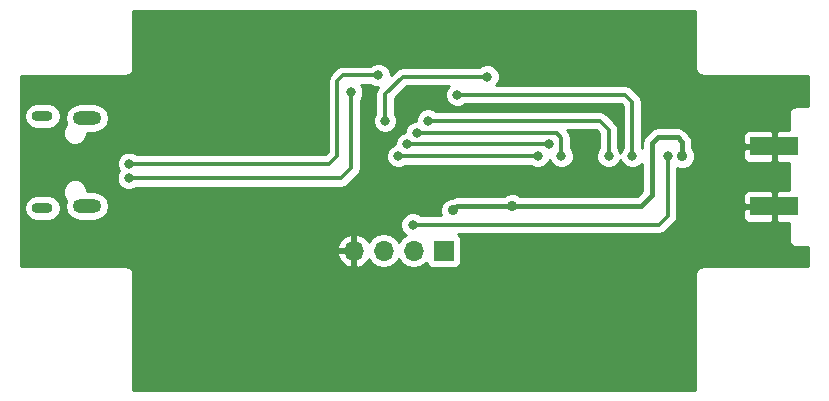
<source format=gbl>
G04 #@! TF.FileFunction,Copper,L2,Bot,Signal*
%FSLAX46Y46*%
G04 Gerber Fmt 4.6, Leading zero omitted, Abs format (unit mm)*
G04 Created by KiCad (PCBNEW 4.0.7) date Monday, 02 July 2018 'PMt' 22:06:38*
%MOMM*%
%LPD*%
G01*
G04 APERTURE LIST*
%ADD10C,0.100000*%
%ADD11O,2.400000X1.200000*%
%ADD12O,1.800000X0.900000*%
%ADD13R,4.064000X1.524000*%
%ADD14R,1.700000X1.700000*%
%ADD15O,1.700000X1.700000*%
%ADD16C,0.800000*%
%ADD17C,0.900000*%
%ADD18C,0.350000*%
%ADD19C,0.400000*%
%ADD20C,0.254000*%
G04 APERTURE END LIST*
D10*
D11*
X117300000Y-104767000D03*
X117300000Y-112217000D03*
D12*
X113500000Y-104617000D03*
X113500000Y-112367000D03*
D13*
X175468000Y-112240000D03*
X175468000Y-107160000D03*
D14*
X147485000Y-115992000D03*
D15*
X144945000Y-115992000D03*
X142405000Y-115992000D03*
X139865000Y-115992000D03*
D16*
X168800000Y-110000000D03*
X170500000Y-111000000D03*
X172500000Y-111000000D03*
X172500000Y-108500000D03*
X171000000Y-108500000D03*
X130500000Y-103000000D03*
X168800000Y-105625000D03*
X170750000Y-102250000D03*
X170970000Y-104192000D03*
X134500000Y-103500000D03*
X168800000Y-107000000D03*
X170970000Y-105592000D03*
X154145000Y-110792000D03*
X141345000Y-106642000D03*
X132845000Y-105492000D03*
D17*
X153270000Y-112242000D03*
X148245000Y-112592000D03*
X167695000Y-107992000D03*
D16*
X144845000Y-113792000D03*
X166445000Y-107992000D03*
X142505000Y-105012000D03*
X151175000Y-101252000D03*
X161445000Y-107992000D03*
X146145000Y-104992000D03*
X157445000Y-107992000D03*
X145195000Y-106042000D03*
X156400000Y-107000000D03*
X144395000Y-106992000D03*
X155445000Y-107992000D03*
X143645000Y-107992000D03*
X163445000Y-107992000D03*
X148645000Y-102792000D03*
X120845000Y-108642000D03*
X141945000Y-101142000D03*
X120820000Y-109842000D03*
X139645000Y-102592000D03*
D18*
X172500000Y-111000000D02*
X170500000Y-111000000D01*
X171000000Y-108500000D02*
X172500000Y-108500000D01*
X170970000Y-104192000D02*
X170970000Y-102470000D01*
X170970000Y-102470000D02*
X170750000Y-102250000D01*
X170970000Y-105592000D02*
X170970000Y-104192000D01*
D19*
X153270000Y-112242000D02*
X148595000Y-112242000D01*
X148595000Y-112242000D02*
X148245000Y-112592000D01*
X167320000Y-106392000D02*
X167695000Y-106767000D01*
X167695000Y-106767000D02*
X167695000Y-107992000D01*
X165595000Y-106392000D02*
X167320000Y-106392000D01*
X165095000Y-106892000D02*
X165595000Y-106392000D01*
X165095000Y-111317000D02*
X165095000Y-106892000D01*
X164170000Y-112242000D02*
X165095000Y-111317000D01*
X153270000Y-112242000D02*
X164170000Y-112242000D01*
D18*
X165745000Y-113792000D02*
X147495000Y-113792000D01*
X147495000Y-113792000D02*
X146195000Y-113792000D01*
X144845000Y-113792000D02*
X147495000Y-113792000D01*
X166445000Y-113092000D02*
X165745000Y-113792000D01*
X166445000Y-107992000D02*
X166445000Y-113092000D01*
X144000000Y-101252000D02*
X151175000Y-101252000D01*
X142505000Y-105012000D02*
X142505000Y-102747000D01*
X142505000Y-102747000D02*
X144000000Y-101252000D01*
X161445000Y-107992000D02*
X161445000Y-105742000D01*
X161445000Y-105742000D02*
X160695000Y-104992000D01*
X160695000Y-104992000D02*
X146145000Y-104992000D01*
X157445000Y-107992000D02*
X157445000Y-106442000D01*
X157045000Y-106042000D02*
X157445000Y-106442000D01*
X145195000Y-106042000D02*
X157045000Y-106042000D01*
X144395000Y-106992000D02*
X155900000Y-106992000D01*
X155900000Y-106992000D02*
X156095000Y-106992000D01*
X156400000Y-107000000D02*
X156392000Y-106992000D01*
X156392000Y-106992000D02*
X155900000Y-106992000D01*
X143645000Y-107992000D02*
X154195000Y-107992000D01*
X154195000Y-107992000D02*
X154495000Y-107992000D01*
X155445000Y-107992000D02*
X154195000Y-107992000D01*
X163445000Y-105900000D02*
X163445000Y-107992000D01*
X162842000Y-102792000D02*
X163445000Y-103395000D01*
X163445000Y-103395000D02*
X163445000Y-105900000D01*
X148645000Y-102792000D02*
X162842000Y-102792000D01*
X138475000Y-107942000D02*
X137775000Y-108642000D01*
X137775000Y-108642000D02*
X120845000Y-108642000D01*
X138475000Y-101602000D02*
X138475000Y-107942000D01*
X138935000Y-101142000D02*
X138475000Y-101602000D01*
X141945000Y-101142000D02*
X138935000Y-101142000D01*
X138820000Y-109842000D02*
X139645000Y-109017000D01*
X139645000Y-109017000D02*
X139645000Y-102592000D01*
X120820000Y-109842000D02*
X138820000Y-109842000D01*
D20*
G36*
X168790000Y-100500000D02*
X168844046Y-100771705D01*
X168997954Y-101002046D01*
X169228295Y-101155954D01*
X169500000Y-101210000D01*
X178290000Y-101210000D01*
X178290000Y-103740000D01*
X177400000Y-103740000D01*
X177128295Y-103794046D01*
X176897954Y-103947954D01*
X176744046Y-104178295D01*
X176690000Y-104450000D01*
X176690000Y-105763000D01*
X175753750Y-105763000D01*
X175595000Y-105921750D01*
X175595000Y-107033000D01*
X175615000Y-107033000D01*
X175615000Y-107287000D01*
X175595000Y-107287000D01*
X175595000Y-108398250D01*
X175753750Y-108557000D01*
X176690000Y-108557000D01*
X176690000Y-110843000D01*
X175753750Y-110843000D01*
X175595000Y-111001750D01*
X175595000Y-112113000D01*
X175615000Y-112113000D01*
X175615000Y-112367000D01*
X175595000Y-112367000D01*
X175595000Y-113478250D01*
X175753750Y-113637000D01*
X176690000Y-113637000D01*
X176690000Y-115000000D01*
X176744046Y-115271705D01*
X176897954Y-115502046D01*
X177128295Y-115655954D01*
X177400000Y-115710000D01*
X178290000Y-115710000D01*
X178290000Y-117290000D01*
X169500000Y-117290000D01*
X169228295Y-117344046D01*
X168997954Y-117497954D01*
X168844046Y-117728295D01*
X168790000Y-118000000D01*
X168790000Y-127790000D01*
X121210000Y-127790000D01*
X121210000Y-118000000D01*
X121155954Y-117728295D01*
X121002046Y-117497954D01*
X120771705Y-117344046D01*
X120500000Y-117290000D01*
X111710000Y-117290000D01*
X111710000Y-116348892D01*
X138423514Y-116348892D01*
X138669817Y-116873358D01*
X139098076Y-117263645D01*
X139508110Y-117433476D01*
X139738000Y-117312155D01*
X139738000Y-116119000D01*
X138544181Y-116119000D01*
X138423514Y-116348892D01*
X111710000Y-116348892D01*
X111710000Y-115635108D01*
X138423514Y-115635108D01*
X138544181Y-115865000D01*
X139738000Y-115865000D01*
X139738000Y-114671845D01*
X139508110Y-114550524D01*
X139098076Y-114720355D01*
X138669817Y-115110642D01*
X138423514Y-115635108D01*
X111710000Y-115635108D01*
X111710000Y-112367000D01*
X111934928Y-112367000D01*
X112017519Y-112782212D01*
X112252717Y-113134211D01*
X112604716Y-113369409D01*
X113019928Y-113452000D01*
X113980072Y-113452000D01*
X114395284Y-113369409D01*
X114747283Y-113134211D01*
X114982481Y-112782212D01*
X115065072Y-112367000D01*
X114982481Y-111951788D01*
X114747283Y-111599789D01*
X114395284Y-111364591D01*
X113980072Y-111282000D01*
X113019928Y-111282000D01*
X112604716Y-111364591D01*
X112252717Y-111599789D01*
X112017519Y-111951788D01*
X111934928Y-112367000D01*
X111710000Y-112367000D01*
X111710000Y-111196971D01*
X115214821Y-111196971D01*
X115372058Y-111577515D01*
X115529306Y-111735037D01*
X115523059Y-111744386D01*
X115429050Y-112217000D01*
X115523059Y-112689614D01*
X115790773Y-113090277D01*
X116191436Y-113357991D01*
X116664050Y-113452000D01*
X117935950Y-113452000D01*
X118408564Y-113357991D01*
X118809227Y-113090277D01*
X119076941Y-112689614D01*
X119170950Y-112217000D01*
X119076941Y-111744386D01*
X118809227Y-111343723D01*
X118408564Y-111076009D01*
X117935950Y-110982000D01*
X117285009Y-110982000D01*
X117285179Y-110787029D01*
X117127942Y-110406485D01*
X116837046Y-110115081D01*
X116673019Y-110046971D01*
X119784821Y-110046971D01*
X119942058Y-110427515D01*
X120232954Y-110718919D01*
X120613223Y-110876820D01*
X121024971Y-110877179D01*
X121405515Y-110719942D01*
X121473576Y-110652000D01*
X138820000Y-110652000D01*
X139129974Y-110590342D01*
X139392756Y-110414756D01*
X140217756Y-109589757D01*
X140309803Y-109451999D01*
X140393342Y-109326974D01*
X140455000Y-109017000D01*
X140455000Y-103245848D01*
X140521919Y-103179046D01*
X140679820Y-102798777D01*
X140680179Y-102387029D01*
X140522942Y-102006485D01*
X140468552Y-101952000D01*
X141291152Y-101952000D01*
X141357954Y-102018919D01*
X141738223Y-102176820D01*
X141930411Y-102176988D01*
X141756658Y-102437026D01*
X141695000Y-102747000D01*
X141695000Y-104358152D01*
X141628081Y-104424954D01*
X141470180Y-104805223D01*
X141469821Y-105216971D01*
X141627058Y-105597515D01*
X141917954Y-105888919D01*
X142298223Y-106046820D01*
X142709971Y-106047179D01*
X143090515Y-105889942D01*
X143381919Y-105599046D01*
X143539820Y-105218777D01*
X143540179Y-104807029D01*
X143382942Y-104426485D01*
X143315000Y-104358424D01*
X143315000Y-103082512D01*
X144335513Y-102062000D01*
X147911285Y-102062000D01*
X147768081Y-102204954D01*
X147610180Y-102585223D01*
X147609821Y-102996971D01*
X147767058Y-103377515D01*
X148057954Y-103668919D01*
X148438223Y-103826820D01*
X148849971Y-103827179D01*
X149230515Y-103669942D01*
X149298576Y-103602000D01*
X162506488Y-103602000D01*
X162635000Y-103730513D01*
X162635000Y-107338152D01*
X162568081Y-107404954D01*
X162444892Y-107701627D01*
X162322942Y-107406485D01*
X162255000Y-107338424D01*
X162255000Y-105742000D01*
X162193342Y-105432026D01*
X162059689Y-105232001D01*
X162017756Y-105169243D01*
X161267756Y-104419244D01*
X161246370Y-104404954D01*
X161004974Y-104243658D01*
X160695000Y-104182000D01*
X146798848Y-104182000D01*
X146732046Y-104115081D01*
X146351777Y-103957180D01*
X145940029Y-103956821D01*
X145559485Y-104114058D01*
X145268081Y-104404954D01*
X145110180Y-104785223D01*
X145109987Y-105006926D01*
X144990029Y-105006821D01*
X144609485Y-105164058D01*
X144318081Y-105454954D01*
X144160180Y-105835223D01*
X144160063Y-105969203D01*
X143809485Y-106114058D01*
X143518081Y-106404954D01*
X143360180Y-106785223D01*
X143360002Y-106989888D01*
X143059485Y-107114058D01*
X142768081Y-107404954D01*
X142610180Y-107785223D01*
X142609821Y-108196971D01*
X142767058Y-108577515D01*
X143057954Y-108868919D01*
X143438223Y-109026820D01*
X143849971Y-109027179D01*
X144230515Y-108869942D01*
X144298576Y-108802000D01*
X154791152Y-108802000D01*
X154857954Y-108868919D01*
X155238223Y-109026820D01*
X155649971Y-109027179D01*
X156030515Y-108869942D01*
X156321919Y-108579046D01*
X156445108Y-108282373D01*
X156567058Y-108577515D01*
X156857954Y-108868919D01*
X157238223Y-109026820D01*
X157649971Y-109027179D01*
X158030515Y-108869942D01*
X158321919Y-108579046D01*
X158479820Y-108198777D01*
X158480179Y-107787029D01*
X158322942Y-107406485D01*
X158255000Y-107338424D01*
X158255000Y-106442000D01*
X158193342Y-106132026D01*
X158076513Y-105957180D01*
X158017756Y-105869243D01*
X157950513Y-105802000D01*
X160359488Y-105802000D01*
X160635000Y-106077513D01*
X160635000Y-107338152D01*
X160568081Y-107404954D01*
X160410180Y-107785223D01*
X160409821Y-108196971D01*
X160567058Y-108577515D01*
X160857954Y-108868919D01*
X161238223Y-109026820D01*
X161649971Y-109027179D01*
X162030515Y-108869942D01*
X162321919Y-108579046D01*
X162445108Y-108282373D01*
X162567058Y-108577515D01*
X162857954Y-108868919D01*
X163238223Y-109026820D01*
X163649971Y-109027179D01*
X164030515Y-108869942D01*
X164260000Y-108640857D01*
X164260000Y-110971132D01*
X163824132Y-111407000D01*
X153969540Y-111407000D01*
X153885405Y-111322718D01*
X153486767Y-111157189D01*
X153055127Y-111156812D01*
X152656200Y-111321646D01*
X152570697Y-111407000D01*
X148595000Y-111407000D01*
X148275460Y-111470560D01*
X148220956Y-111506979D01*
X148030127Y-111506812D01*
X147631200Y-111671646D01*
X147325718Y-111976595D01*
X147160189Y-112375233D01*
X147159812Y-112806873D01*
X147232173Y-112982000D01*
X145498848Y-112982000D01*
X145432046Y-112915081D01*
X145051777Y-112757180D01*
X144640029Y-112756821D01*
X144259485Y-112914058D01*
X143968081Y-113204954D01*
X143810180Y-113585223D01*
X143809821Y-113996971D01*
X143967058Y-114377515D01*
X144257954Y-114668919D01*
X144259228Y-114669448D01*
X143894946Y-114912853D01*
X143675000Y-115242026D01*
X143455054Y-114912853D01*
X142973285Y-114590946D01*
X142405000Y-114477907D01*
X141836715Y-114590946D01*
X141354946Y-114912853D01*
X141127298Y-115253553D01*
X141060183Y-115110642D01*
X140631924Y-114720355D01*
X140221890Y-114550524D01*
X139992000Y-114671845D01*
X139992000Y-115865000D01*
X140012000Y-115865000D01*
X140012000Y-116119000D01*
X139992000Y-116119000D01*
X139992000Y-117312155D01*
X140221890Y-117433476D01*
X140631924Y-117263645D01*
X141060183Y-116873358D01*
X141127298Y-116730447D01*
X141354946Y-117071147D01*
X141836715Y-117393054D01*
X142405000Y-117506093D01*
X142973285Y-117393054D01*
X143455054Y-117071147D01*
X143675000Y-116741974D01*
X143894946Y-117071147D01*
X144376715Y-117393054D01*
X144945000Y-117506093D01*
X145513285Y-117393054D01*
X145995054Y-117071147D01*
X146022850Y-117029548D01*
X146031838Y-117077317D01*
X146170910Y-117293441D01*
X146383110Y-117438431D01*
X146635000Y-117489440D01*
X148335000Y-117489440D01*
X148570317Y-117445162D01*
X148786441Y-117306090D01*
X148931431Y-117093890D01*
X148982440Y-116842000D01*
X148982440Y-115142000D01*
X148938162Y-114906683D01*
X148799090Y-114690559D01*
X148669480Y-114602000D01*
X165745000Y-114602000D01*
X166054974Y-114540342D01*
X166317756Y-114364756D01*
X167017756Y-113664757D01*
X167139852Y-113482027D01*
X167193342Y-113401974D01*
X167255000Y-113092000D01*
X167255000Y-112525750D01*
X172801000Y-112525750D01*
X172801000Y-113128309D01*
X172897673Y-113361698D01*
X173076301Y-113540327D01*
X173309690Y-113637000D01*
X175182250Y-113637000D01*
X175341000Y-113478250D01*
X175341000Y-112367000D01*
X172959750Y-112367000D01*
X172801000Y-112525750D01*
X167255000Y-112525750D01*
X167255000Y-111351691D01*
X172801000Y-111351691D01*
X172801000Y-111954250D01*
X172959750Y-112113000D01*
X175341000Y-112113000D01*
X175341000Y-111001750D01*
X175182250Y-110843000D01*
X173309690Y-110843000D01*
X173076301Y-110939673D01*
X172897673Y-111118302D01*
X172801000Y-111351691D01*
X167255000Y-111351691D01*
X167255000Y-108984117D01*
X167478233Y-109076811D01*
X167909873Y-109077188D01*
X168308800Y-108912354D01*
X168614282Y-108607405D01*
X168779811Y-108208767D01*
X168780188Y-107777127D01*
X168643266Y-107445750D01*
X172801000Y-107445750D01*
X172801000Y-108048309D01*
X172897673Y-108281698D01*
X173076301Y-108460327D01*
X173309690Y-108557000D01*
X175182250Y-108557000D01*
X175341000Y-108398250D01*
X175341000Y-107287000D01*
X172959750Y-107287000D01*
X172801000Y-107445750D01*
X168643266Y-107445750D01*
X168615354Y-107378200D01*
X168530000Y-107292697D01*
X168530000Y-106767000D01*
X168466439Y-106447459D01*
X168348995Y-106271691D01*
X172801000Y-106271691D01*
X172801000Y-106874250D01*
X172959750Y-107033000D01*
X175341000Y-107033000D01*
X175341000Y-105921750D01*
X175182250Y-105763000D01*
X173309690Y-105763000D01*
X173076301Y-105859673D01*
X172897673Y-106038302D01*
X172801000Y-106271691D01*
X168348995Y-106271691D01*
X168285434Y-106176566D01*
X167910434Y-105801566D01*
X167818806Y-105740342D01*
X167639541Y-105620561D01*
X167320000Y-105557000D01*
X165595000Y-105557000D01*
X165275460Y-105620560D01*
X165004566Y-105801566D01*
X164504566Y-106301566D01*
X164323561Y-106572459D01*
X164260000Y-106892000D01*
X164260000Y-107343433D01*
X164255000Y-107338424D01*
X164255000Y-103395000D01*
X164212044Y-103179046D01*
X164193343Y-103085027D01*
X164017757Y-102822244D01*
X163414756Y-102219244D01*
X163393370Y-102204954D01*
X163151974Y-102043658D01*
X162842000Y-101982000D01*
X151908715Y-101982000D01*
X152051919Y-101839046D01*
X152209820Y-101458777D01*
X152210179Y-101047029D01*
X152052942Y-100666485D01*
X151762046Y-100375081D01*
X151381777Y-100217180D01*
X150970029Y-100216821D01*
X150589485Y-100374058D01*
X150521424Y-100442000D01*
X144000000Y-100442000D01*
X143690026Y-100503658D01*
X143591870Y-100569244D01*
X143427243Y-100679244D01*
X142980014Y-101126473D01*
X142980179Y-100937029D01*
X142822942Y-100556485D01*
X142532046Y-100265081D01*
X142151777Y-100107180D01*
X141740029Y-100106821D01*
X141359485Y-100264058D01*
X141291424Y-100332000D01*
X138935000Y-100332000D01*
X138625026Y-100393658D01*
X138552676Y-100442001D01*
X138362243Y-100569244D01*
X137902244Y-101029244D01*
X137726658Y-101292026D01*
X137665000Y-101602000D01*
X137665000Y-107606487D01*
X137439488Y-107832000D01*
X121498848Y-107832000D01*
X121432046Y-107765081D01*
X121051777Y-107607180D01*
X120640029Y-107606821D01*
X120259485Y-107764058D01*
X119968081Y-108054954D01*
X119810180Y-108435223D01*
X119809821Y-108846971D01*
X119967058Y-109227515D01*
X119968810Y-109229270D01*
X119943081Y-109254954D01*
X119785180Y-109635223D01*
X119784821Y-110046971D01*
X116673019Y-110046971D01*
X116456777Y-109957180D01*
X116045029Y-109956821D01*
X115664485Y-110114058D01*
X115373081Y-110404954D01*
X115215180Y-110785223D01*
X115214821Y-111196971D01*
X111710000Y-111196971D01*
X111710000Y-106196971D01*
X115214821Y-106196971D01*
X115372058Y-106577515D01*
X115662954Y-106868919D01*
X116043223Y-107026820D01*
X116454971Y-107027179D01*
X116835515Y-106869942D01*
X117126919Y-106579046D01*
X117284820Y-106198777D01*
X117284992Y-106002000D01*
X117935950Y-106002000D01*
X118408564Y-105907991D01*
X118809227Y-105640277D01*
X119076941Y-105239614D01*
X119170950Y-104767000D01*
X119076941Y-104294386D01*
X118809227Y-103893723D01*
X118408564Y-103626009D01*
X117935950Y-103532000D01*
X116664050Y-103532000D01*
X116191436Y-103626009D01*
X115790773Y-103893723D01*
X115523059Y-104294386D01*
X115429050Y-104767000D01*
X115523059Y-105239614D01*
X115529321Y-105248986D01*
X115373081Y-105404954D01*
X115215180Y-105785223D01*
X115214821Y-106196971D01*
X111710000Y-106196971D01*
X111710000Y-104617000D01*
X111934928Y-104617000D01*
X112017519Y-105032212D01*
X112252717Y-105384211D01*
X112604716Y-105619409D01*
X113019928Y-105702000D01*
X113980072Y-105702000D01*
X114395284Y-105619409D01*
X114747283Y-105384211D01*
X114982481Y-105032212D01*
X115065072Y-104617000D01*
X114982481Y-104201788D01*
X114747283Y-103849789D01*
X114395284Y-103614591D01*
X113980072Y-103532000D01*
X113019928Y-103532000D01*
X112604716Y-103614591D01*
X112252717Y-103849789D01*
X112017519Y-104201788D01*
X111934928Y-104617000D01*
X111710000Y-104617000D01*
X111710000Y-101210000D01*
X120500000Y-101210000D01*
X120771705Y-101155954D01*
X121002046Y-101002046D01*
X121155954Y-100771705D01*
X121210000Y-100500000D01*
X121210000Y-95710000D01*
X168790000Y-95710000D01*
X168790000Y-100500000D01*
X168790000Y-100500000D01*
G37*
X168790000Y-100500000D02*
X168844046Y-100771705D01*
X168997954Y-101002046D01*
X169228295Y-101155954D01*
X169500000Y-101210000D01*
X178290000Y-101210000D01*
X178290000Y-103740000D01*
X177400000Y-103740000D01*
X177128295Y-103794046D01*
X176897954Y-103947954D01*
X176744046Y-104178295D01*
X176690000Y-104450000D01*
X176690000Y-105763000D01*
X175753750Y-105763000D01*
X175595000Y-105921750D01*
X175595000Y-107033000D01*
X175615000Y-107033000D01*
X175615000Y-107287000D01*
X175595000Y-107287000D01*
X175595000Y-108398250D01*
X175753750Y-108557000D01*
X176690000Y-108557000D01*
X176690000Y-110843000D01*
X175753750Y-110843000D01*
X175595000Y-111001750D01*
X175595000Y-112113000D01*
X175615000Y-112113000D01*
X175615000Y-112367000D01*
X175595000Y-112367000D01*
X175595000Y-113478250D01*
X175753750Y-113637000D01*
X176690000Y-113637000D01*
X176690000Y-115000000D01*
X176744046Y-115271705D01*
X176897954Y-115502046D01*
X177128295Y-115655954D01*
X177400000Y-115710000D01*
X178290000Y-115710000D01*
X178290000Y-117290000D01*
X169500000Y-117290000D01*
X169228295Y-117344046D01*
X168997954Y-117497954D01*
X168844046Y-117728295D01*
X168790000Y-118000000D01*
X168790000Y-127790000D01*
X121210000Y-127790000D01*
X121210000Y-118000000D01*
X121155954Y-117728295D01*
X121002046Y-117497954D01*
X120771705Y-117344046D01*
X120500000Y-117290000D01*
X111710000Y-117290000D01*
X111710000Y-116348892D01*
X138423514Y-116348892D01*
X138669817Y-116873358D01*
X139098076Y-117263645D01*
X139508110Y-117433476D01*
X139738000Y-117312155D01*
X139738000Y-116119000D01*
X138544181Y-116119000D01*
X138423514Y-116348892D01*
X111710000Y-116348892D01*
X111710000Y-115635108D01*
X138423514Y-115635108D01*
X138544181Y-115865000D01*
X139738000Y-115865000D01*
X139738000Y-114671845D01*
X139508110Y-114550524D01*
X139098076Y-114720355D01*
X138669817Y-115110642D01*
X138423514Y-115635108D01*
X111710000Y-115635108D01*
X111710000Y-112367000D01*
X111934928Y-112367000D01*
X112017519Y-112782212D01*
X112252717Y-113134211D01*
X112604716Y-113369409D01*
X113019928Y-113452000D01*
X113980072Y-113452000D01*
X114395284Y-113369409D01*
X114747283Y-113134211D01*
X114982481Y-112782212D01*
X115065072Y-112367000D01*
X114982481Y-111951788D01*
X114747283Y-111599789D01*
X114395284Y-111364591D01*
X113980072Y-111282000D01*
X113019928Y-111282000D01*
X112604716Y-111364591D01*
X112252717Y-111599789D01*
X112017519Y-111951788D01*
X111934928Y-112367000D01*
X111710000Y-112367000D01*
X111710000Y-111196971D01*
X115214821Y-111196971D01*
X115372058Y-111577515D01*
X115529306Y-111735037D01*
X115523059Y-111744386D01*
X115429050Y-112217000D01*
X115523059Y-112689614D01*
X115790773Y-113090277D01*
X116191436Y-113357991D01*
X116664050Y-113452000D01*
X117935950Y-113452000D01*
X118408564Y-113357991D01*
X118809227Y-113090277D01*
X119076941Y-112689614D01*
X119170950Y-112217000D01*
X119076941Y-111744386D01*
X118809227Y-111343723D01*
X118408564Y-111076009D01*
X117935950Y-110982000D01*
X117285009Y-110982000D01*
X117285179Y-110787029D01*
X117127942Y-110406485D01*
X116837046Y-110115081D01*
X116673019Y-110046971D01*
X119784821Y-110046971D01*
X119942058Y-110427515D01*
X120232954Y-110718919D01*
X120613223Y-110876820D01*
X121024971Y-110877179D01*
X121405515Y-110719942D01*
X121473576Y-110652000D01*
X138820000Y-110652000D01*
X139129974Y-110590342D01*
X139392756Y-110414756D01*
X140217756Y-109589757D01*
X140309803Y-109451999D01*
X140393342Y-109326974D01*
X140455000Y-109017000D01*
X140455000Y-103245848D01*
X140521919Y-103179046D01*
X140679820Y-102798777D01*
X140680179Y-102387029D01*
X140522942Y-102006485D01*
X140468552Y-101952000D01*
X141291152Y-101952000D01*
X141357954Y-102018919D01*
X141738223Y-102176820D01*
X141930411Y-102176988D01*
X141756658Y-102437026D01*
X141695000Y-102747000D01*
X141695000Y-104358152D01*
X141628081Y-104424954D01*
X141470180Y-104805223D01*
X141469821Y-105216971D01*
X141627058Y-105597515D01*
X141917954Y-105888919D01*
X142298223Y-106046820D01*
X142709971Y-106047179D01*
X143090515Y-105889942D01*
X143381919Y-105599046D01*
X143539820Y-105218777D01*
X143540179Y-104807029D01*
X143382942Y-104426485D01*
X143315000Y-104358424D01*
X143315000Y-103082512D01*
X144335513Y-102062000D01*
X147911285Y-102062000D01*
X147768081Y-102204954D01*
X147610180Y-102585223D01*
X147609821Y-102996971D01*
X147767058Y-103377515D01*
X148057954Y-103668919D01*
X148438223Y-103826820D01*
X148849971Y-103827179D01*
X149230515Y-103669942D01*
X149298576Y-103602000D01*
X162506488Y-103602000D01*
X162635000Y-103730513D01*
X162635000Y-107338152D01*
X162568081Y-107404954D01*
X162444892Y-107701627D01*
X162322942Y-107406485D01*
X162255000Y-107338424D01*
X162255000Y-105742000D01*
X162193342Y-105432026D01*
X162059689Y-105232001D01*
X162017756Y-105169243D01*
X161267756Y-104419244D01*
X161246370Y-104404954D01*
X161004974Y-104243658D01*
X160695000Y-104182000D01*
X146798848Y-104182000D01*
X146732046Y-104115081D01*
X146351777Y-103957180D01*
X145940029Y-103956821D01*
X145559485Y-104114058D01*
X145268081Y-104404954D01*
X145110180Y-104785223D01*
X145109987Y-105006926D01*
X144990029Y-105006821D01*
X144609485Y-105164058D01*
X144318081Y-105454954D01*
X144160180Y-105835223D01*
X144160063Y-105969203D01*
X143809485Y-106114058D01*
X143518081Y-106404954D01*
X143360180Y-106785223D01*
X143360002Y-106989888D01*
X143059485Y-107114058D01*
X142768081Y-107404954D01*
X142610180Y-107785223D01*
X142609821Y-108196971D01*
X142767058Y-108577515D01*
X143057954Y-108868919D01*
X143438223Y-109026820D01*
X143849971Y-109027179D01*
X144230515Y-108869942D01*
X144298576Y-108802000D01*
X154791152Y-108802000D01*
X154857954Y-108868919D01*
X155238223Y-109026820D01*
X155649971Y-109027179D01*
X156030515Y-108869942D01*
X156321919Y-108579046D01*
X156445108Y-108282373D01*
X156567058Y-108577515D01*
X156857954Y-108868919D01*
X157238223Y-109026820D01*
X157649971Y-109027179D01*
X158030515Y-108869942D01*
X158321919Y-108579046D01*
X158479820Y-108198777D01*
X158480179Y-107787029D01*
X158322942Y-107406485D01*
X158255000Y-107338424D01*
X158255000Y-106442000D01*
X158193342Y-106132026D01*
X158076513Y-105957180D01*
X158017756Y-105869243D01*
X157950513Y-105802000D01*
X160359488Y-105802000D01*
X160635000Y-106077513D01*
X160635000Y-107338152D01*
X160568081Y-107404954D01*
X160410180Y-107785223D01*
X160409821Y-108196971D01*
X160567058Y-108577515D01*
X160857954Y-108868919D01*
X161238223Y-109026820D01*
X161649971Y-109027179D01*
X162030515Y-108869942D01*
X162321919Y-108579046D01*
X162445108Y-108282373D01*
X162567058Y-108577515D01*
X162857954Y-108868919D01*
X163238223Y-109026820D01*
X163649971Y-109027179D01*
X164030515Y-108869942D01*
X164260000Y-108640857D01*
X164260000Y-110971132D01*
X163824132Y-111407000D01*
X153969540Y-111407000D01*
X153885405Y-111322718D01*
X153486767Y-111157189D01*
X153055127Y-111156812D01*
X152656200Y-111321646D01*
X152570697Y-111407000D01*
X148595000Y-111407000D01*
X148275460Y-111470560D01*
X148220956Y-111506979D01*
X148030127Y-111506812D01*
X147631200Y-111671646D01*
X147325718Y-111976595D01*
X147160189Y-112375233D01*
X147159812Y-112806873D01*
X147232173Y-112982000D01*
X145498848Y-112982000D01*
X145432046Y-112915081D01*
X145051777Y-112757180D01*
X144640029Y-112756821D01*
X144259485Y-112914058D01*
X143968081Y-113204954D01*
X143810180Y-113585223D01*
X143809821Y-113996971D01*
X143967058Y-114377515D01*
X144257954Y-114668919D01*
X144259228Y-114669448D01*
X143894946Y-114912853D01*
X143675000Y-115242026D01*
X143455054Y-114912853D01*
X142973285Y-114590946D01*
X142405000Y-114477907D01*
X141836715Y-114590946D01*
X141354946Y-114912853D01*
X141127298Y-115253553D01*
X141060183Y-115110642D01*
X140631924Y-114720355D01*
X140221890Y-114550524D01*
X139992000Y-114671845D01*
X139992000Y-115865000D01*
X140012000Y-115865000D01*
X140012000Y-116119000D01*
X139992000Y-116119000D01*
X139992000Y-117312155D01*
X140221890Y-117433476D01*
X140631924Y-117263645D01*
X141060183Y-116873358D01*
X141127298Y-116730447D01*
X141354946Y-117071147D01*
X141836715Y-117393054D01*
X142405000Y-117506093D01*
X142973285Y-117393054D01*
X143455054Y-117071147D01*
X143675000Y-116741974D01*
X143894946Y-117071147D01*
X144376715Y-117393054D01*
X144945000Y-117506093D01*
X145513285Y-117393054D01*
X145995054Y-117071147D01*
X146022850Y-117029548D01*
X146031838Y-117077317D01*
X146170910Y-117293441D01*
X146383110Y-117438431D01*
X146635000Y-117489440D01*
X148335000Y-117489440D01*
X148570317Y-117445162D01*
X148786441Y-117306090D01*
X148931431Y-117093890D01*
X148982440Y-116842000D01*
X148982440Y-115142000D01*
X148938162Y-114906683D01*
X148799090Y-114690559D01*
X148669480Y-114602000D01*
X165745000Y-114602000D01*
X166054974Y-114540342D01*
X166317756Y-114364756D01*
X167017756Y-113664757D01*
X167139852Y-113482027D01*
X167193342Y-113401974D01*
X167255000Y-113092000D01*
X167255000Y-112525750D01*
X172801000Y-112525750D01*
X172801000Y-113128309D01*
X172897673Y-113361698D01*
X173076301Y-113540327D01*
X173309690Y-113637000D01*
X175182250Y-113637000D01*
X175341000Y-113478250D01*
X175341000Y-112367000D01*
X172959750Y-112367000D01*
X172801000Y-112525750D01*
X167255000Y-112525750D01*
X167255000Y-111351691D01*
X172801000Y-111351691D01*
X172801000Y-111954250D01*
X172959750Y-112113000D01*
X175341000Y-112113000D01*
X175341000Y-111001750D01*
X175182250Y-110843000D01*
X173309690Y-110843000D01*
X173076301Y-110939673D01*
X172897673Y-111118302D01*
X172801000Y-111351691D01*
X167255000Y-111351691D01*
X167255000Y-108984117D01*
X167478233Y-109076811D01*
X167909873Y-109077188D01*
X168308800Y-108912354D01*
X168614282Y-108607405D01*
X168779811Y-108208767D01*
X168780188Y-107777127D01*
X168643266Y-107445750D01*
X172801000Y-107445750D01*
X172801000Y-108048309D01*
X172897673Y-108281698D01*
X173076301Y-108460327D01*
X173309690Y-108557000D01*
X175182250Y-108557000D01*
X175341000Y-108398250D01*
X175341000Y-107287000D01*
X172959750Y-107287000D01*
X172801000Y-107445750D01*
X168643266Y-107445750D01*
X168615354Y-107378200D01*
X168530000Y-107292697D01*
X168530000Y-106767000D01*
X168466439Y-106447459D01*
X168348995Y-106271691D01*
X172801000Y-106271691D01*
X172801000Y-106874250D01*
X172959750Y-107033000D01*
X175341000Y-107033000D01*
X175341000Y-105921750D01*
X175182250Y-105763000D01*
X173309690Y-105763000D01*
X173076301Y-105859673D01*
X172897673Y-106038302D01*
X172801000Y-106271691D01*
X168348995Y-106271691D01*
X168285434Y-106176566D01*
X167910434Y-105801566D01*
X167818806Y-105740342D01*
X167639541Y-105620561D01*
X167320000Y-105557000D01*
X165595000Y-105557000D01*
X165275460Y-105620560D01*
X165004566Y-105801566D01*
X164504566Y-106301566D01*
X164323561Y-106572459D01*
X164260000Y-106892000D01*
X164260000Y-107343433D01*
X164255000Y-107338424D01*
X164255000Y-103395000D01*
X164212044Y-103179046D01*
X164193343Y-103085027D01*
X164017757Y-102822244D01*
X163414756Y-102219244D01*
X163393370Y-102204954D01*
X163151974Y-102043658D01*
X162842000Y-101982000D01*
X151908715Y-101982000D01*
X152051919Y-101839046D01*
X152209820Y-101458777D01*
X152210179Y-101047029D01*
X152052942Y-100666485D01*
X151762046Y-100375081D01*
X151381777Y-100217180D01*
X150970029Y-100216821D01*
X150589485Y-100374058D01*
X150521424Y-100442000D01*
X144000000Y-100442000D01*
X143690026Y-100503658D01*
X143591870Y-100569244D01*
X143427243Y-100679244D01*
X142980014Y-101126473D01*
X142980179Y-100937029D01*
X142822942Y-100556485D01*
X142532046Y-100265081D01*
X142151777Y-100107180D01*
X141740029Y-100106821D01*
X141359485Y-100264058D01*
X141291424Y-100332000D01*
X138935000Y-100332000D01*
X138625026Y-100393658D01*
X138552676Y-100442001D01*
X138362243Y-100569244D01*
X137902244Y-101029244D01*
X137726658Y-101292026D01*
X137665000Y-101602000D01*
X137665000Y-107606487D01*
X137439488Y-107832000D01*
X121498848Y-107832000D01*
X121432046Y-107765081D01*
X121051777Y-107607180D01*
X120640029Y-107606821D01*
X120259485Y-107764058D01*
X119968081Y-108054954D01*
X119810180Y-108435223D01*
X119809821Y-108846971D01*
X119967058Y-109227515D01*
X119968810Y-109229270D01*
X119943081Y-109254954D01*
X119785180Y-109635223D01*
X119784821Y-110046971D01*
X116673019Y-110046971D01*
X116456777Y-109957180D01*
X116045029Y-109956821D01*
X115664485Y-110114058D01*
X115373081Y-110404954D01*
X115215180Y-110785223D01*
X115214821Y-111196971D01*
X111710000Y-111196971D01*
X111710000Y-106196971D01*
X115214821Y-106196971D01*
X115372058Y-106577515D01*
X115662954Y-106868919D01*
X116043223Y-107026820D01*
X116454971Y-107027179D01*
X116835515Y-106869942D01*
X117126919Y-106579046D01*
X117284820Y-106198777D01*
X117284992Y-106002000D01*
X117935950Y-106002000D01*
X118408564Y-105907991D01*
X118809227Y-105640277D01*
X119076941Y-105239614D01*
X119170950Y-104767000D01*
X119076941Y-104294386D01*
X118809227Y-103893723D01*
X118408564Y-103626009D01*
X117935950Y-103532000D01*
X116664050Y-103532000D01*
X116191436Y-103626009D01*
X115790773Y-103893723D01*
X115523059Y-104294386D01*
X115429050Y-104767000D01*
X115523059Y-105239614D01*
X115529321Y-105248986D01*
X115373081Y-105404954D01*
X115215180Y-105785223D01*
X115214821Y-106196971D01*
X111710000Y-106196971D01*
X111710000Y-104617000D01*
X111934928Y-104617000D01*
X112017519Y-105032212D01*
X112252717Y-105384211D01*
X112604716Y-105619409D01*
X113019928Y-105702000D01*
X113980072Y-105702000D01*
X114395284Y-105619409D01*
X114747283Y-105384211D01*
X114982481Y-105032212D01*
X115065072Y-104617000D01*
X114982481Y-104201788D01*
X114747283Y-103849789D01*
X114395284Y-103614591D01*
X113980072Y-103532000D01*
X113019928Y-103532000D01*
X112604716Y-103614591D01*
X112252717Y-103849789D01*
X112017519Y-104201788D01*
X111934928Y-104617000D01*
X111710000Y-104617000D01*
X111710000Y-101210000D01*
X120500000Y-101210000D01*
X120771705Y-101155954D01*
X121002046Y-101002046D01*
X121155954Y-100771705D01*
X121210000Y-100500000D01*
X121210000Y-95710000D01*
X168790000Y-95710000D01*
X168790000Y-100500000D01*
M02*

</source>
